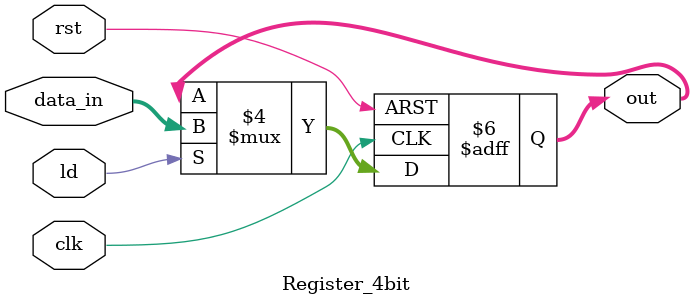
<source format=v>
module Register_4bit (input clk,rst,ld,input[3:0]data_in,output reg[3:0]out);
always@(posedge clk or posedge rst)
begin
  if(rst==1'b1)
  out<=1'b0;
  else if(ld==1'b1)
  out<=data_in;

end
endmodule
</source>
